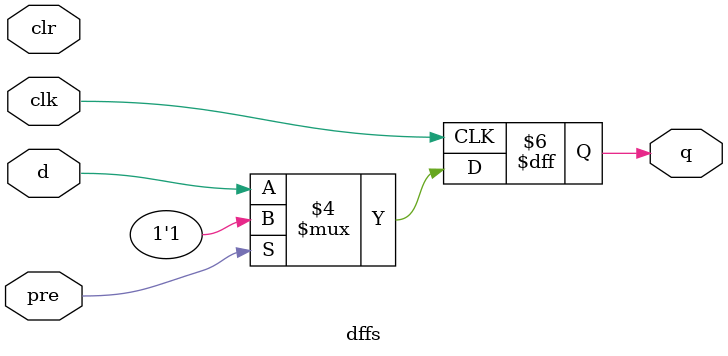
<source format=sv>
module dffs( input d, clk, pre, clr, output reg q );
`ifndef NO_INIT
    initial begin
      q = 0;
    end
`endif
    always @( posedge clk )
      if ( pre )
        q <= 1'b1;
      else
        q <= d;
endmodule

</source>
